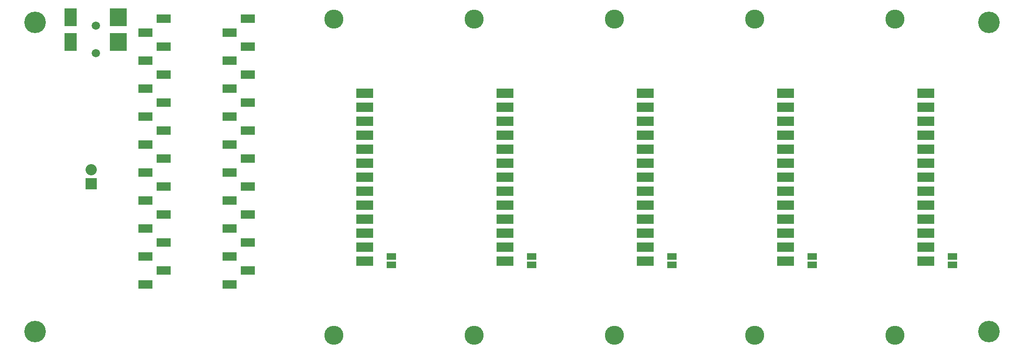
<source format=gts>
G04 (created by PCBNEW-RS274X (2011-07-19)-testing) date Fri 17 Feb 2012 12:28:35 PM PST*
G01*
G70*
G90*
%MOIN*%
G04 Gerber Fmt 3.4, Leading zero omitted, Abs format*
%FSLAX34Y34*%
G04 APERTURE LIST*
%ADD10C,0.006000*%
%ADD11R,0.120000X0.070000*%
%ADD12C,0.136000*%
%ADD13C,0.059000*%
%ADD14R,0.087000X0.130000*%
%ADD15R,0.122400X0.130000*%
%ADD16R,0.065000X0.045000*%
%ADD17R,0.080000X0.080000*%
%ADD18C,0.080000*%
%ADD19R,0.098700X0.059400*%
%ADD20C,0.153900*%
G04 APERTURE END LIST*
G54D10*
G54D11*
X89500Y-34404D03*
X89500Y-35404D03*
X89500Y-36404D03*
X89500Y-37404D03*
X89500Y-38404D03*
X89500Y-39404D03*
X89500Y-40404D03*
X89500Y-41404D03*
X89500Y-42404D03*
X89500Y-43404D03*
X89500Y-44404D03*
X89500Y-45404D03*
X89500Y-46404D03*
G54D12*
X87280Y-29104D03*
X87280Y-51704D03*
G54D11*
X79500Y-34404D03*
X79500Y-35404D03*
X79500Y-36404D03*
X79500Y-37404D03*
X79500Y-38404D03*
X79500Y-39404D03*
X79500Y-40404D03*
X79500Y-41404D03*
X79500Y-42404D03*
X79500Y-43404D03*
X79500Y-44404D03*
X79500Y-45404D03*
X79500Y-46404D03*
G54D12*
X77280Y-29104D03*
X77280Y-51704D03*
G54D11*
X69500Y-34404D03*
X69500Y-35404D03*
X69500Y-36404D03*
X69500Y-37404D03*
X69500Y-38404D03*
X69500Y-39404D03*
X69500Y-40404D03*
X69500Y-41404D03*
X69500Y-42404D03*
X69500Y-43404D03*
X69500Y-44404D03*
X69500Y-45404D03*
X69500Y-46404D03*
G54D12*
X67280Y-29104D03*
X67280Y-51704D03*
G54D11*
X59500Y-34404D03*
X59500Y-35404D03*
X59500Y-36404D03*
X59500Y-37404D03*
X59500Y-38404D03*
X59500Y-39404D03*
X59500Y-40404D03*
X59500Y-41404D03*
X59500Y-42404D03*
X59500Y-43404D03*
X59500Y-44404D03*
X59500Y-45404D03*
X59500Y-46404D03*
G54D12*
X57280Y-29104D03*
X57280Y-51704D03*
G54D11*
X49500Y-34404D03*
X49500Y-35404D03*
X49500Y-36404D03*
X49500Y-37404D03*
X49500Y-38404D03*
X49500Y-39404D03*
X49500Y-40404D03*
X49500Y-41404D03*
X49500Y-42404D03*
X49500Y-43404D03*
X49500Y-44404D03*
X49500Y-45404D03*
X49500Y-46404D03*
G54D12*
X47280Y-29104D03*
X47280Y-51704D03*
G54D13*
X30315Y-31555D03*
X30315Y-29587D03*
G54D14*
X28520Y-28996D03*
X28520Y-30768D03*
G54D15*
X31929Y-30768D03*
X31929Y-28996D03*
G54D16*
X51400Y-46700D03*
X51400Y-46100D03*
X61400Y-46700D03*
X61400Y-46100D03*
X71400Y-46700D03*
X71400Y-46100D03*
X81400Y-46700D03*
X81400Y-46100D03*
X91400Y-46700D03*
X91400Y-46100D03*
G54D17*
X30000Y-40900D03*
G54D18*
X30000Y-39900D03*
G54D19*
X35154Y-29100D03*
X33850Y-30100D03*
X35154Y-31100D03*
X33850Y-32100D03*
X35154Y-33100D03*
X33850Y-34100D03*
X35154Y-35100D03*
X33850Y-36100D03*
X35154Y-37100D03*
X33850Y-38100D03*
X35154Y-39100D03*
X33850Y-40100D03*
X35154Y-41100D03*
X33850Y-42100D03*
X35154Y-43100D03*
X33850Y-44100D03*
X35154Y-45100D03*
X33850Y-46100D03*
X35154Y-47100D03*
X33850Y-48100D03*
X39846Y-48100D03*
X41150Y-47100D03*
X39846Y-46100D03*
X41150Y-45100D03*
X39846Y-44100D03*
X41150Y-43100D03*
X39846Y-42100D03*
X41150Y-41100D03*
X39846Y-40100D03*
X41150Y-39100D03*
X39846Y-38100D03*
X41150Y-37100D03*
X39846Y-36100D03*
X41150Y-35100D03*
X39846Y-34100D03*
X41150Y-33100D03*
X39846Y-32100D03*
X41150Y-31100D03*
X39846Y-30100D03*
X41150Y-29100D03*
G54D20*
X26000Y-29350D03*
X26000Y-51450D03*
X94000Y-51450D03*
X94000Y-29350D03*
M02*

</source>
